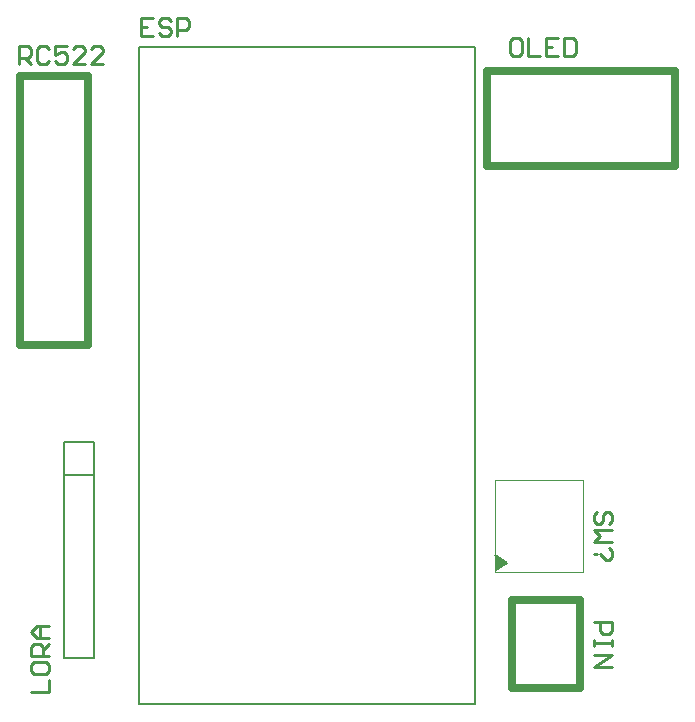
<source format=gto>
G04*
G04 #@! TF.GenerationSoftware,Altium Limited,Altium Designer,21.3.2 (30)*
G04*
G04 Layer_Color=65535*
%FSTAX24Y24*%
%MOIN*%
G70*
G04*
G04 #@! TF.SameCoordinates,6B988B76-0ACF-4F39-8010-38100BFBF103*
G04*
G04*
G04 #@! TF.FilePolarity,Positive*
G04*
G01*
G75*
%ADD10C,0.0050*%
%ADD11C,0.0030*%
%ADD12C,0.0250*%
%ADD13C,0.0079*%
%ADD14C,0.0100*%
G36*
X050301Y02184D02*
X050321Y02182D01*
Y02135D01*
X050481Y02142D01*
X050701Y02157D01*
X050301Y02184D01*
D02*
G37*
D10*
X050327Y021838D02*
X050711Y02156D01*
X050332Y021338D02*
X050711Y02156D01*
D11*
X050321Y02127D02*
Y02431D01*
Y02127D02*
X053231D01*
Y02431D01*
X050321D02*
X053231D01*
D12*
X050888Y017374D02*
X05314D01*
X050888D02*
Y020326D01*
X05314D01*
Y017374D02*
Y020326D01*
X050046Y037972D02*
X056313D01*
X050046Y034806D02*
X056313D01*
X050046D02*
Y037972D01*
X056313Y034806D02*
Y037972D01*
X034488Y028824D02*
X03674D01*
X034488D02*
Y037776D01*
X03674D01*
Y028824D02*
Y037776D01*
D13*
X03695Y018401D02*
Y025598D01*
X03595D02*
X03695D01*
X03595Y018401D02*
Y025598D01*
Y018401D02*
X03695D01*
X03595Y0245D02*
X03695D01*
X03845Y03877D02*
X0443D01*
X04965D01*
Y01687D02*
Y03877D01*
X03845Y01687D02*
X04965D01*
X03845D02*
Y03877D01*
D14*
X0541Y02285D02*
X0542Y02295D01*
Y02315D01*
X0541Y02325D01*
X054D01*
X0539Y02315D01*
Y02295D01*
X0538Y02285D01*
X0537D01*
X0536Y02295D01*
Y02315D01*
X0537Y02325D01*
X0542Y02265D02*
X0536D01*
X0538Y02245D01*
X0536Y02225D01*
X0542D01*
X0541Y02205D02*
X0542Y02195D01*
Y02175D01*
X0541Y02165D01*
X054D01*
X0538Y02185D01*
X0537D02*
X0536D01*
Y0196D02*
X0542D01*
Y0193D01*
X0541Y0192D01*
X0539D01*
X0538Y0193D01*
Y0196D01*
X0542Y019D02*
Y0188D01*
Y0189D01*
X0536D01*
Y019D01*
Y0188D01*
Y0185D02*
X0542D01*
X0536Y0181D01*
X0542D01*
X0511Y03905D02*
X0509D01*
X0508Y03895D01*
Y03855D01*
X0509Y03845D01*
X0511D01*
X0512Y03855D01*
Y03895D01*
X0511Y03905D01*
X0514D02*
Y03845D01*
X0518D01*
X0524Y03905D02*
X052D01*
Y03845D01*
X0524D01*
X052Y03875D02*
X0522D01*
X0526Y03905D02*
Y03845D01*
X0529D01*
X053Y03855D01*
Y03895D01*
X0529Y03905D01*
X0526D01*
X03446Y0382D02*
Y0388D01*
X03476D01*
X03486Y0387D01*
Y0385D01*
X03476Y0384D01*
X03446D01*
X03466D02*
X03486Y0382D01*
X03546Y0387D02*
X03536Y0388D01*
X03516D01*
X03506Y0387D01*
Y0383D01*
X03516Y0382D01*
X03536D01*
X03546Y0383D01*
X036059Y0388D02*
X03566D01*
Y0385D01*
X03586Y0386D01*
X03596D01*
X036059Y0385D01*
Y0383D01*
X03596Y0382D01*
X03576D01*
X03566Y0383D01*
X036659Y0382D02*
X036259D01*
X036659Y0386D01*
Y0387D01*
X036559Y0388D01*
X036359D01*
X036259Y0387D01*
X037259Y0382D02*
X036859D01*
X037259Y0386D01*
Y0387D01*
X037159Y0388D01*
X036959D01*
X036859Y0387D01*
X03485Y01725D02*
X03545D01*
Y01765D01*
X03485Y01815D02*
Y01795D01*
X03495Y01785D01*
X03535D01*
X03545Y01795D01*
Y01815D01*
X03535Y01825D01*
X03495D01*
X03485Y01815D01*
X03545Y01845D02*
X03485D01*
Y01875D01*
X03495Y01885D01*
X03515D01*
X03525Y01875D01*
Y01845D01*
Y01865D02*
X03545Y01885D01*
Y01905D02*
X03505D01*
X03485Y01925D01*
X03505Y01945D01*
X03545D01*
X03515D01*
Y01905D01*
X03891Y03971D02*
X03851D01*
Y03911D01*
X03891D01*
X03851Y03941D02*
X03871D01*
X03951Y03961D02*
X03941Y03971D01*
X03921D01*
X03911Y03961D01*
Y03951D01*
X03921Y03941D01*
X03941D01*
X03951Y03931D01*
Y03921D01*
X03941Y03911D01*
X03921D01*
X03911Y03921D01*
X03971Y03911D02*
Y03971D01*
X04001D01*
X040109Y03961D01*
Y03941D01*
X04001Y03931D01*
X03971D01*
M02*

</source>
